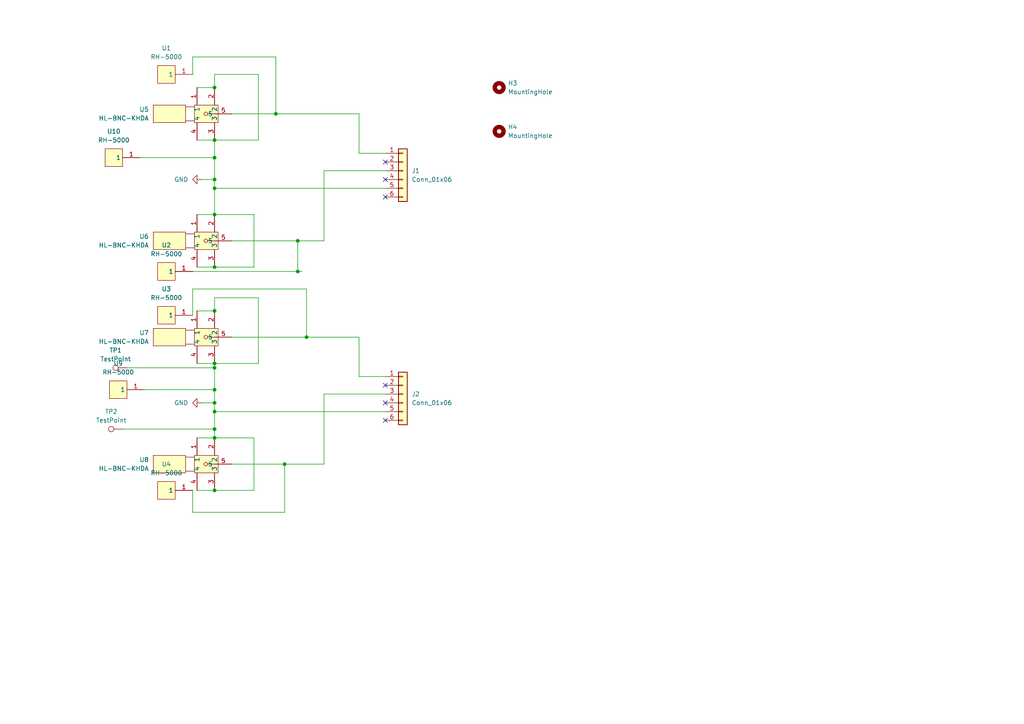
<source format=kicad_sch>
(kicad_sch (version 20250114) (generator "eeschema") (generator_version "9.0")
  (paper "A4")
  (lib_symbols
    (symbol "Connector:TestPoint" (pin_numbers (hide yes)) (pin_names (offset 0.762) (hide yes))
      (property "Reference" "TP" (at 0 6.858 0))
      (property "Value" "TestPoint" (at 0 5.08 0))
      (symbol "TestPoint_0_1"
        (circle (center 0 3.302) (radius 0.762))
      )
      (symbol "TestPoint_1_1"
        (pin passive line (at 0 0 90) (length 2.54) (name "1") (number "1"))
      )
    )
    (symbol "Connector_Generic:Conn_01x06" (pin_names (offset 1.016) (hide yes))
      (property "Reference" "J" (at 0 7.62 0))
      (property "Value" "Conn_01x06" (at 0 -10.16 0))
      (symbol "Conn_01x06_1_1"
        (rectangle (start -1.27 6.35) (end 1.27 -8.89) (stroke (width 0.254)) (fill (type background)))
        (rectangle (start -1.27 5.207) (end 0 4.953) (stroke (width 0.1524)))
        (rectangle (start -1.27 2.667) (end 0 2.413) (stroke (width 0.1524)))
        (rectangle (start -1.27 0.127) (end 0 -0.127) (stroke (width 0.1524)))
        (rectangle (start -1.27 -2.413) (end 0 -2.667) (stroke (width 0.1524)))
        (rectangle (start -1.27 -4.953) (end 0 -5.207) (stroke (width 0.1524)))
        (rectangle (start -1.27 -7.493) (end 0 -7.747) (stroke (width 0.1524)))
        (pin passive line (at -5.08 5.08 0) (length 3.81) (name "Pin_1") (number "1"))
        (pin passive line (at -5.08 2.54 0) (length 3.81) (name "Pin_2") (number "2"))
        (pin passive line (at -5.08 0 0) (length 3.81) (name "Pin_3") (number "3"))
        (pin passive line (at -5.08 -2.54 0) (length 3.81) (name "Pin_4") (number "4"))
        (pin passive line (at -5.08 -5.08 0) (length 3.81) (name "Pin_5") (number "5"))
        (pin passive line (at -5.08 -7.62 0) (length 3.81) (name "Pin_6") (number "6"))
      )
    )
    (symbol "EasyEDA:HL-BNC-KHDA"
      (property "Reference" "U" (at 0 12.7 0))
      (property "Value" "HL-BNC-KHDA" (at 0 -12.7 0))
      (symbol "HL-BNC-KHDA_0_1"
        (rectangle (start -12.7 2.54) (end -3.3 -2.54) (fill (type background)))
        (polyline (pts (xy -3.3 2.03) (xy -0.76 2.03)))
        (polyline (pts (xy -3.3 -2.03) (xy -0.76 -2.03)))
        (rectangle (start -0.76 2.54) (end 6.1 -2.54) (fill (type background)))
        (circle (center 2.54 0) (radius 0.51))
        (polyline (pts (xy 3.05 0) (xy 5.08 0)))
        (pin unspecified line (at 0 7.62 270) (length 5.08) (name "1") (number "1"))
        (pin unspecified line (at 0 -7.62 90) (length 5.08) (name "4") (number "4"))
        (pin unspecified line (at 5.08 7.62 270) (length 5.08) (name "2") (number "2"))
        (pin unspecified line (at 5.08 -7.62 90) (length 5.08) (name "3") (number "3"))
        (pin unspecified line (at 10.16 0 180) (length 5.08) (name "5") (number "5"))
      )
    )
    (symbol "Mechanical:MountingHole" (pin_names (offset 1.016)) (in_bom no)
      (property "Reference" "H" (at 0 5.08 0))
      (property "Value" "MountingHole" (at 0 3.175 0))
      (symbol "MountingHole_0_1"
        (circle (center 0 0) (radius 1.27) (stroke (width 1.27)))
      )
    )
    (symbol "Test_point:RH-5000"
      (property "Reference" "U" (at 0 5.08 0))
      (property "Value" "RH-5000" (at 0 -5.08 0))
      (symbol "RH-5000_0_1"
        (rectangle (start -5.08 2.54) (end 0 -2.54) (fill (type background)))
        (pin unspecified line (at 5.08 0 180) (length 5.08) (name "1") (number "1"))
      )
    )
    (symbol "power:GND" (power) (pin_numbers (hide yes)) (pin_names (offset 0) (hide yes))
      (property "Value" "GND" (at 0 -3.81 0))
      (symbol "GND_0_1"
        (polyline (pts (xy 0 0) (xy 0 -1.27) (xy 1.27 -1.27) (xy 0 -2.54) (xy -1.27 -1.27) (xy 0 -1.27)))
      )
      (symbol "GND_1_1"
        (pin power_in line (at 0 0 270) (length 0) (name "~") (number "1"))
      )
    )
  )
  (junction (at 62.23 77.47))
  (junction (at 62.23 54.61))
  (junction (at 62.23 90.17))
  (junction (at 62.23 52.07))
  (junction (at 62.23 142.24))
  (junction (at 86.36 78.74))
  (junction (at 62.23 116.84))
  (junction (at 62.23 124.46))
  (junction (at 62.23 113.03))
  (junction (at 62.23 105.41))
  (junction (at 62.23 25.4))
  (junction (at 82.55 134.62))
  (junction (at 62.23 106.68))
  (junction (at 62.23 119.38))
  (junction (at 86.36 69.85))
  (junction (at 62.23 45.72))
  (junction (at 80.01 33.02))
  (junction (at 62.23 40.64))
  (junction (at 88.9 97.79))
  (junction (at 62.23 62.23))
  (junction (at 62.23 127))
  (no_connect (at 111.76 52.07))
  (no_connect (at 111.76 57.15))
  (no_connect (at 111.76 46.99))
  (no_connect (at 111.76 111.76))
  (no_connect (at 111.76 116.84))
  (no_connect (at 111.76 121.92))
  (wire (pts (xy 62.23 119.38) (xy 111.76 119.38)))
  (wire (pts (xy 104.14 33.02) (xy 104.14 44.45)))
  (wire (pts (xy 35.56 124.46) (xy 62.23 124.46)))
  (wire (pts (xy 62.23 86.36) (xy 74.93 86.36)))
  (wire (pts (xy 41.91 113.03) (xy 62.23 113.03)))
  (wire (pts (xy 73.66 62.23) (xy 73.66 77.47)))
  (wire (pts (xy 93.98 69.85) (xy 93.98 49.53)))
  (wire (pts (xy 62.23 62.23) (xy 73.66 62.23)))
  (wire (pts (xy 67.31 33.02) (xy 80.01 33.02)))
  (wire (pts (xy 82.55 134.62) (xy 82.55 148.59)))
  (wire (pts (xy 62.23 90.17) (xy 62.23 86.36)))
  (wire (pts (xy 40.64 45.72) (xy 62.23 45.72)))
  (wire (pts (xy 74.93 21.59) (xy 74.93 40.64)))
  (wire (pts (xy 57.15 127) (xy 62.23 127)))
  (wire (pts (xy 80.01 16.51) (xy 80.01 33.02)))
  (wire (pts (xy 62.23 21.59) (xy 74.93 21.59)))
  (wire (pts (xy 62.23 127) (xy 62.23 128.27)))
  (wire (pts (xy 57.15 77.47) (xy 62.23 77.47)))
  (wire (pts (xy 104.14 109.22) (xy 111.76 109.22)))
  (wire (pts (xy 62.23 105.41) (xy 62.23 106.68)))
  (wire (pts (xy 57.15 25.4) (xy 62.23 25.4)))
  (wire (pts (xy 57.15 62.23) (xy 62.23 62.23)))
  (wire (pts (xy 86.36 78.74) (xy 86.36 69.85)))
  (wire (pts (xy 62.23 119.38) (xy 62.23 124.46)))
  (wire (pts (xy 93.98 49.53) (xy 111.76 49.53)))
  (wire (pts (xy 67.31 134.62) (xy 82.55 134.62)))
  (wire (pts (xy 62.23 40.64) (xy 74.93 40.64)))
  (wire (pts (xy 80.01 33.02) (xy 104.14 33.02)))
  (wire (pts (xy 36.83 106.68) (xy 62.23 106.68)))
  (wire (pts (xy 55.88 91.44) (xy 55.88 83.82)))
  (wire (pts (xy 93.98 134.62) (xy 93.98 114.3)))
  (wire (pts (xy 67.31 97.79) (xy 88.9 97.79)))
  (wire (pts (xy 62.23 127) (xy 73.66 127)))
  (wire (pts (xy 82.55 134.62) (xy 93.98 134.62)))
  (wire (pts (xy 88.9 97.79) (xy 104.14 97.79)))
  (wire (pts (xy 55.88 21.59) (xy 55.88 16.51)))
  (wire (pts (xy 86.36 78.74) (xy 87.63 78.74)))
  (wire (pts (xy 88.9 83.82) (xy 88.9 97.79)))
  (wire (pts (xy 57.15 90.17) (xy 62.23 90.17)))
  (wire (pts (xy 67.31 69.85) (xy 86.36 69.85)))
  (wire (pts (xy 73.66 127) (xy 73.66 142.24)))
  (wire (pts (xy 55.88 78.74) (xy 86.36 78.74)))
  (wire (pts (xy 55.88 148.59) (xy 82.55 148.59)))
  (wire (pts (xy 104.14 97.79) (xy 104.14 109.22)))
  (wire (pts (xy 74.93 86.36) (xy 74.93 105.41)))
  (wire (pts (xy 57.15 142.24) (xy 62.23 142.24)))
  (wire (pts (xy 55.88 83.82) (xy 88.9 83.82)))
  (wire (pts (xy 62.23 106.68) (xy 62.23 113.03)))
  (wire (pts (xy 62.23 142.24) (xy 73.66 142.24)))
  (wire (pts (xy 57.15 40.64) (xy 62.23 40.64)))
  (wire (pts (xy 57.15 105.41) (xy 62.23 105.41)))
  (wire (pts (xy 62.23 25.4) (xy 62.23 21.59)))
  (wire (pts (xy 86.36 69.85) (xy 93.98 69.85)))
  (wire (pts (xy 62.23 124.46) (xy 62.23 127)))
  (wire (pts (xy 62.23 45.72) (xy 62.23 52.07)))
  (wire (pts (xy 62.23 52.07) (xy 62.23 54.61)))
  (wire (pts (xy 58.42 116.84) (xy 62.23 116.84)))
  (wire (pts (xy 62.23 40.64) (xy 62.23 45.72)))
  (wire (pts (xy 62.23 54.61) (xy 111.76 54.61)))
  (wire (pts (xy 55.88 16.51) (xy 80.01 16.51)))
  (wire (pts (xy 62.23 54.61) (xy 62.23 62.23)))
  (wire (pts (xy 62.23 77.47) (xy 73.66 77.47)))
  (wire (pts (xy 58.42 52.07) (xy 62.23 52.07)))
  (wire (pts (xy 55.88 142.24) (xy 55.88 148.59)))
  (wire (pts (xy 93.98 114.3) (xy 111.76 114.3)))
  (wire (pts (xy 62.23 113.03) (xy 62.23 116.84)))
  (wire (pts (xy 62.23 116.84) (xy 62.23 119.38)))
  (wire (pts (xy 104.14 44.45) (xy 111.76 44.45)))
  (wire (pts (xy 62.23 105.41) (xy 74.93 105.41)))
  (symbol (lib_id "power:GND") (at 58.42 116.84 270) (unit 1)
    (property "Reference" "#PWR02" (effects (hide yes)))
    (property "Value" "GND" (at 54.61 116.8399 90) (effects (justify right)))
    (property "Description" "Power symbol creates a global label with name \"GND\" , ground" (effects (hide yes)))
  )
  (symbol (lib_id "Test_point:RH-5000") (at 36.83 113.03 0) (unit 1)
    (property "Reference" "U9" (at 34.29 105.41 0))
    (property "Value" "RH-5000" (at 34.29 107.95 0))
    (property "Footprint" "Test_point:TEST-TH_BD2.54-P1.4_RED" (effects (hide yes)))
    (property "LCSC Part" "C5277086" (effects (hide yes)))
  )
  (symbol (lib_id "EasyEDA:HL-BNC-KHDA") (at 57.15 33.02 0) (unit 1)
    (property "Reference" "U5" (at 43.18 31.7499 0) (effects (justify right)))
    (property "Value" "HL-BNC-KHDA" (at 43.18 34.2899 0) (effects (justify right)))
    (property "Footprint" "EasyEDA:BNC-TH_L12.0-W12.0" (effects (hide yes)))
    (property "LCSC Part" "C19712152" (effects (hide yes)))
  )
  (symbol (lib_id "Test_point:RH-5000") (at 50.8 91.44 0) (unit 1)
    (property "Reference" "U3" (at 48.26 83.82 0))
    (property "Value" "RH-5000" (at 48.26 86.36 0))
    (property "Footprint" "Test_point:TEST-TH_BD2.54-P1.4_RED" (effects (hide yes)))
    (property "LCSC Part" "C5277086" (effects (hide yes)))
  )
  (symbol (lib_id "power:GND") (at 58.42 52.07 270) (unit 1)
    (property "Reference" "#PWR01" (effects (hide yes)))
    (property "Value" "GND" (at 54.61 52.0699 90) (effects (justify right)))
    (property "Description" "Power symbol creates a global label with name \"GND\" , ground" (effects (hide yes)))
  )
  (symbol (lib_id "Connector_Generic:Conn_01x06") (at 116.84 49.53 0) (unit 1)
    (property "Reference" "J1" (at 119.38 49.5299 0) (effects (justify left)))
    (property "Value" "Conn_01x06" (at 119.38 52.0699 0) (effects (justify left)))
    (property "Footprint" "Connector_PinHeader_2.54mm:PinHeader_1x06_P2.54mm_Vertical" (effects (hide yes)))
    (property "Description" "Generic connector, single row, 01x06, script generated (kicad-library-utils/schlib/autogen/connector/)" (effects (hide yes)))
  )
  (symbol (lib_id "Connector:TestPoint") (at 35.56 124.46 90) (unit 1)
    (property "Reference" "TP2" (at 32.258 119.38 90))
    (property "Value" "TestPoint" (at 32.258 121.92 90))
    (property "Footprint" "TestPoint:TestPoint_Pad_4.0x4.0mm" (effects (hide yes)))
    (property "Description" "test point" (effects (hide yes)))
  )
  (symbol (lib_id "Connector:TestPoint") (at 36.83 106.68 90) (unit 1)
    (property "Reference" "TP1" (at 33.528 101.6 90))
    (property "Value" "TestPoint" (at 33.528 104.14 90))
    (property "Footprint" "TestPoint:TestPoint_Pad_4.0x4.0mm" (effects (hide yes)))
    (property "Description" "test point" (effects (hide yes)))
  )
  (symbol (lib_id "Test_point:RH-5000") (at 50.8 142.24 0) (unit 1)
    (property "Reference" "U4" (at 48.26 134.62 0))
    (property "Value" "RH-5000" (at 48.26 137.16 0))
    (property "Footprint" "Test_point:TEST-TH_BD2.54-P1.4_RED" (effects (hide yes)))
    (property "LCSC Part" "C5277086" (effects (hide yes)))
  )
  (symbol (lib_id "EasyEDA:HL-BNC-KHDA") (at 57.15 97.79 0) (unit 1)
    (property "Reference" "U7" (at 43.18 96.5199 0) (effects (justify right)))
    (property "Value" "HL-BNC-KHDA" (at 43.18 99.0599 0) (effects (justify right)))
    (property "Footprint" "EasyEDA:BNC-TH_L12.0-W12.0" (effects (hide yes)))
    (property "LCSC Part" "C19712152" (effects (hide yes)))
  )
  (symbol (lib_id "Mechanical:MountingHole") (at 144.78 25.4 0) (unit 1) (in_bom no)
    (property "Reference" "H3" (at 147.32 24.1299 0) (effects (justify left)))
    (property "Value" "MountingHole" (at 147.32 26.6699 0) (effects (justify left)))
    (property "Footprint" "MountingHole:MountingHole_3.5mm" (effects (hide yes)))
    (property "Description" "Mounting Hole without connection" (effects (hide yes)))
  )
  (symbol (lib_id "Test_point:RH-5000") (at 35.56 45.72 0) (unit 1)
    (property "Reference" "U10" (at 33.02 38.1 0))
    (property "Value" "RH-5000" (at 33.02 40.64 0))
    (property "Footprint" "Test_point:TEST-TH_BD2.54-P1.4_RED" (effects (hide yes)))
    (property "LCSC Part" "C5277086" (effects (hide yes)))
  )
  (symbol (lib_id "Test_point:RH-5000") (at 50.8 21.59 0) (unit 1)
    (property "Reference" "U1" (at 48.26 13.97 0))
    (property "Value" "RH-5000" (at 48.26 16.51 0))
    (property "Footprint" "Test_point:TEST-TH_BD2.54-P1.4_RED" (effects (hide yes)))
    (property "LCSC Part" "C5277086" (effects (hide yes)))
  )
  (symbol (lib_id "Test_point:RH-5000") (at 50.8 78.74 0) (unit 1)
    (property "Reference" "U2" (at 48.26 71.12 0))
    (property "Value" "RH-5000" (at 48.26 73.66 0))
    (property "Footprint" "Test_point:TEST-TH_BD2.54-P1.4_RED" (effects (hide yes)))
    (property "LCSC Part" "C5277086" (effects (hide yes)))
  )
  (symbol (lib_id "EasyEDA:HL-BNC-KHDA") (at 57.15 134.62 0) (unit 1)
    (property "Reference" "U8" (at 43.18 133.3499 0) (effects (justify right)))
    (property "Value" "HL-BNC-KHDA" (at 43.18 135.8899 0) (effects (justify right)))
    (property "Footprint" "EasyEDA:BNC-TH_L12.0-W12.0" (effects (hide yes)))
    (property "LCSC Part" "C19712152" (effects (hide yes)))
  )
  (symbol (lib_id "Connector_Generic:Conn_01x06") (at 116.84 114.3 0) (unit 1)
    (property "Reference" "J2" (at 119.38 114.2999 0) (effects (justify left)))
    (property "Value" "Conn_01x06" (at 119.38 116.8399 0) (effects (justify left)))
    (property "Footprint" "Connector_PinHeader_2.54mm:PinHeader_1x06_P2.54mm_Vertical" (effects (hide yes)))
    (property "Description" "Generic connector, single row, 01x06, script generated (kicad-library-utils/schlib/autogen/connector/)" (effects (hide yes)))
  )
  (symbol (lib_id "Mechanical:MountingHole") (at 144.78 38.1 0) (unit 1) (in_bom no)
    (property "Reference" "H4" (at 147.32 36.8299 0) (effects (justify left)))
    (property "Value" "MountingHole" (at 147.32 39.3699 0) (effects (justify left)))
    (property "Footprint" "MountingHole:MountingHole_3.5mm" (effects (hide yes)))
    (property "Description" "Mounting Hole without connection" (effects (hide yes)))
  )
  (symbol (lib_id "EasyEDA:HL-BNC-KHDA") (at 57.15 69.85 0) (unit 1)
    (property "Reference" "U6" (at 43.18 68.5799 0) (effects (justify right)))
    (property "Value" "HL-BNC-KHDA" (at 43.18 71.1199 0) (effects (justify right)))
    (property "Footprint" "EasyEDA:BNC-TH_L12.0-W12.0" (effects (hide yes)))
    (property "LCSC Part" "C19712152" (effects (hide yes)))
  )
)
</source>
